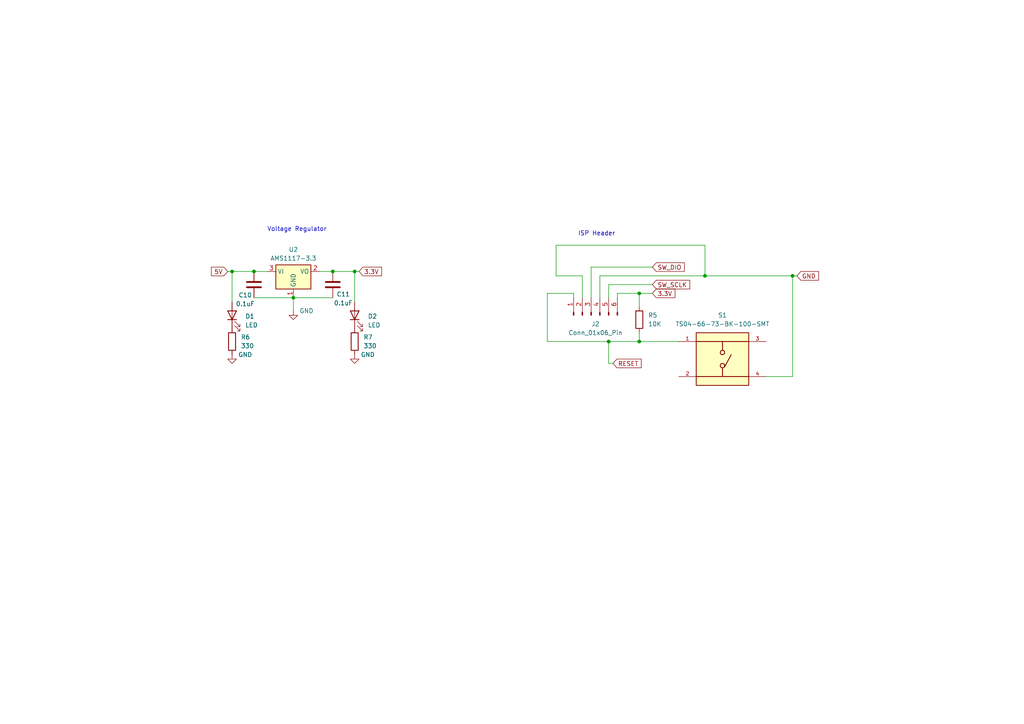
<source format=kicad_sch>
(kicad_sch
	(version 20231120)
	(generator "eeschema")
	(generator_version "8.0")
	(uuid "e2d2d6ec-6e61-4813-aadc-a8df64d01aa7")
	(paper "A4")
	(lib_symbols
		(symbol "Connector:Conn_01x06_Pin"
			(pin_names
				(offset 1.016) hide)
			(exclude_from_sim no)
			(in_bom yes)
			(on_board yes)
			(property "Reference" "J"
				(at 0 7.62 0)
				(effects
					(font
						(size 1.27 1.27)
					)
				)
			)
			(property "Value" "Conn_01x06_Pin"
				(at 0 -10.16 0)
				(effects
					(font
						(size 1.27 1.27)
					)
				)
			)
			(property "Footprint" ""
				(at 0 0 0)
				(effects
					(font
						(size 1.27 1.27)
					)
					(hide yes)
				)
			)
			(property "Datasheet" "~"
				(at 0 0 0)
				(effects
					(font
						(size 1.27 1.27)
					)
					(hide yes)
				)
			)
			(property "Description" "Generic connector, single row, 01x06, script generated"
				(at 0 0 0)
				(effects
					(font
						(size 1.27 1.27)
					)
					(hide yes)
				)
			)
			(property "ki_locked" ""
				(at 0 0 0)
				(effects
					(font
						(size 1.27 1.27)
					)
				)
			)
			(property "ki_keywords" "connector"
				(at 0 0 0)
				(effects
					(font
						(size 1.27 1.27)
					)
					(hide yes)
				)
			)
			(property "ki_fp_filters" "Connector*:*_1x??_*"
				(at 0 0 0)
				(effects
					(font
						(size 1.27 1.27)
					)
					(hide yes)
				)
			)
			(symbol "Conn_01x06_Pin_1_1"
				(polyline
					(pts
						(xy 1.27 -7.62) (xy 0.8636 -7.62)
					)
					(stroke
						(width 0.1524)
						(type default)
					)
					(fill
						(type none)
					)
				)
				(polyline
					(pts
						(xy 1.27 -5.08) (xy 0.8636 -5.08)
					)
					(stroke
						(width 0.1524)
						(type default)
					)
					(fill
						(type none)
					)
				)
				(polyline
					(pts
						(xy 1.27 -2.54) (xy 0.8636 -2.54)
					)
					(stroke
						(width 0.1524)
						(type default)
					)
					(fill
						(type none)
					)
				)
				(polyline
					(pts
						(xy 1.27 0) (xy 0.8636 0)
					)
					(stroke
						(width 0.1524)
						(type default)
					)
					(fill
						(type none)
					)
				)
				(polyline
					(pts
						(xy 1.27 2.54) (xy 0.8636 2.54)
					)
					(stroke
						(width 0.1524)
						(type default)
					)
					(fill
						(type none)
					)
				)
				(polyline
					(pts
						(xy 1.27 5.08) (xy 0.8636 5.08)
					)
					(stroke
						(width 0.1524)
						(type default)
					)
					(fill
						(type none)
					)
				)
				(rectangle
					(start 0.8636 -7.493)
					(end 0 -7.747)
					(stroke
						(width 0.1524)
						(type default)
					)
					(fill
						(type outline)
					)
				)
				(rectangle
					(start 0.8636 -4.953)
					(end 0 -5.207)
					(stroke
						(width 0.1524)
						(type default)
					)
					(fill
						(type outline)
					)
				)
				(rectangle
					(start 0.8636 -2.413)
					(end 0 -2.667)
					(stroke
						(width 0.1524)
						(type default)
					)
					(fill
						(type outline)
					)
				)
				(rectangle
					(start 0.8636 0.127)
					(end 0 -0.127)
					(stroke
						(width 0.1524)
						(type default)
					)
					(fill
						(type outline)
					)
				)
				(rectangle
					(start 0.8636 2.667)
					(end 0 2.413)
					(stroke
						(width 0.1524)
						(type default)
					)
					(fill
						(type outline)
					)
				)
				(rectangle
					(start 0.8636 5.207)
					(end 0 4.953)
					(stroke
						(width 0.1524)
						(type default)
					)
					(fill
						(type outline)
					)
				)
				(pin passive line
					(at 5.08 5.08 180)
					(length 3.81)
					(name "Pin_1"
						(effects
							(font
								(size 1.27 1.27)
							)
						)
					)
					(number "1"
						(effects
							(font
								(size 1.27 1.27)
							)
						)
					)
				)
				(pin passive line
					(at 5.08 2.54 180)
					(length 3.81)
					(name "Pin_2"
						(effects
							(font
								(size 1.27 1.27)
							)
						)
					)
					(number "2"
						(effects
							(font
								(size 1.27 1.27)
							)
						)
					)
				)
				(pin passive line
					(at 5.08 0 180)
					(length 3.81)
					(name "Pin_3"
						(effects
							(font
								(size 1.27 1.27)
							)
						)
					)
					(number "3"
						(effects
							(font
								(size 1.27 1.27)
							)
						)
					)
				)
				(pin passive line
					(at 5.08 -2.54 180)
					(length 3.81)
					(name "Pin_4"
						(effects
							(font
								(size 1.27 1.27)
							)
						)
					)
					(number "4"
						(effects
							(font
								(size 1.27 1.27)
							)
						)
					)
				)
				(pin passive line
					(at 5.08 -5.08 180)
					(length 3.81)
					(name "Pin_5"
						(effects
							(font
								(size 1.27 1.27)
							)
						)
					)
					(number "5"
						(effects
							(font
								(size 1.27 1.27)
							)
						)
					)
				)
				(pin passive line
					(at 5.08 -7.62 180)
					(length 3.81)
					(name "Pin_6"
						(effects
							(font
								(size 1.27 1.27)
							)
						)
					)
					(number "6"
						(effects
							(font
								(size 1.27 1.27)
							)
						)
					)
				)
			)
		)
		(symbol "Device:C"
			(pin_numbers hide)
			(pin_names
				(offset 0.254)
			)
			(exclude_from_sim no)
			(in_bom yes)
			(on_board yes)
			(property "Reference" "C"
				(at 0.635 2.54 0)
				(effects
					(font
						(size 1.27 1.27)
					)
					(justify left)
				)
			)
			(property "Value" "C"
				(at 0.635 -2.54 0)
				(effects
					(font
						(size 1.27 1.27)
					)
					(justify left)
				)
			)
			(property "Footprint" ""
				(at 0.9652 -3.81 0)
				(effects
					(font
						(size 1.27 1.27)
					)
					(hide yes)
				)
			)
			(property "Datasheet" "~"
				(at 0 0 0)
				(effects
					(font
						(size 1.27 1.27)
					)
					(hide yes)
				)
			)
			(property "Description" "Unpolarized capacitor"
				(at 0 0 0)
				(effects
					(font
						(size 1.27 1.27)
					)
					(hide yes)
				)
			)
			(property "ki_keywords" "cap capacitor"
				(at 0 0 0)
				(effects
					(font
						(size 1.27 1.27)
					)
					(hide yes)
				)
			)
			(property "ki_fp_filters" "C_*"
				(at 0 0 0)
				(effects
					(font
						(size 1.27 1.27)
					)
					(hide yes)
				)
			)
			(symbol "C_0_1"
				(polyline
					(pts
						(xy -2.032 -0.762) (xy 2.032 -0.762)
					)
					(stroke
						(width 0.508)
						(type default)
					)
					(fill
						(type none)
					)
				)
				(polyline
					(pts
						(xy -2.032 0.762) (xy 2.032 0.762)
					)
					(stroke
						(width 0.508)
						(type default)
					)
					(fill
						(type none)
					)
				)
			)
			(symbol "C_1_1"
				(pin passive line
					(at 0 3.81 270)
					(length 2.794)
					(name "~"
						(effects
							(font
								(size 1.27 1.27)
							)
						)
					)
					(number "1"
						(effects
							(font
								(size 1.27 1.27)
							)
						)
					)
				)
				(pin passive line
					(at 0 -3.81 90)
					(length 2.794)
					(name "~"
						(effects
							(font
								(size 1.27 1.27)
							)
						)
					)
					(number "2"
						(effects
							(font
								(size 1.27 1.27)
							)
						)
					)
				)
			)
		)
		(symbol "Device:LED"
			(pin_numbers hide)
			(pin_names
				(offset 1.016) hide)
			(exclude_from_sim no)
			(in_bom yes)
			(on_board yes)
			(property "Reference" "D"
				(at 0 2.54 0)
				(effects
					(font
						(size 1.27 1.27)
					)
				)
			)
			(property "Value" "LED"
				(at 0 -2.54 0)
				(effects
					(font
						(size 1.27 1.27)
					)
				)
			)
			(property "Footprint" ""
				(at 0 0 0)
				(effects
					(font
						(size 1.27 1.27)
					)
					(hide yes)
				)
			)
			(property "Datasheet" "~"
				(at 0 0 0)
				(effects
					(font
						(size 1.27 1.27)
					)
					(hide yes)
				)
			)
			(property "Description" "Light emitting diode"
				(at 0 0 0)
				(effects
					(font
						(size 1.27 1.27)
					)
					(hide yes)
				)
			)
			(property "ki_keywords" "LED diode"
				(at 0 0 0)
				(effects
					(font
						(size 1.27 1.27)
					)
					(hide yes)
				)
			)
			(property "ki_fp_filters" "LED* LED_SMD:* LED_THT:*"
				(at 0 0 0)
				(effects
					(font
						(size 1.27 1.27)
					)
					(hide yes)
				)
			)
			(symbol "LED_0_1"
				(polyline
					(pts
						(xy -1.27 -1.27) (xy -1.27 1.27)
					)
					(stroke
						(width 0.254)
						(type default)
					)
					(fill
						(type none)
					)
				)
				(polyline
					(pts
						(xy -1.27 0) (xy 1.27 0)
					)
					(stroke
						(width 0)
						(type default)
					)
					(fill
						(type none)
					)
				)
				(polyline
					(pts
						(xy 1.27 -1.27) (xy 1.27 1.27) (xy -1.27 0) (xy 1.27 -1.27)
					)
					(stroke
						(width 0.254)
						(type default)
					)
					(fill
						(type none)
					)
				)
				(polyline
					(pts
						(xy -3.048 -0.762) (xy -4.572 -2.286) (xy -3.81 -2.286) (xy -4.572 -2.286) (xy -4.572 -1.524)
					)
					(stroke
						(width 0)
						(type default)
					)
					(fill
						(type none)
					)
				)
				(polyline
					(pts
						(xy -1.778 -0.762) (xy -3.302 -2.286) (xy -2.54 -2.286) (xy -3.302 -2.286) (xy -3.302 -1.524)
					)
					(stroke
						(width 0)
						(type default)
					)
					(fill
						(type none)
					)
				)
			)
			(symbol "LED_1_1"
				(pin passive line
					(at -3.81 0 0)
					(length 2.54)
					(name "K"
						(effects
							(font
								(size 1.27 1.27)
							)
						)
					)
					(number "1"
						(effects
							(font
								(size 1.27 1.27)
							)
						)
					)
				)
				(pin passive line
					(at 3.81 0 180)
					(length 2.54)
					(name "A"
						(effects
							(font
								(size 1.27 1.27)
							)
						)
					)
					(number "2"
						(effects
							(font
								(size 1.27 1.27)
							)
						)
					)
				)
			)
		)
		(symbol "Device:R"
			(pin_numbers hide)
			(pin_names
				(offset 0)
			)
			(exclude_from_sim no)
			(in_bom yes)
			(on_board yes)
			(property "Reference" "R"
				(at 2.032 0 90)
				(effects
					(font
						(size 1.27 1.27)
					)
				)
			)
			(property "Value" "R"
				(at 0 0 90)
				(effects
					(font
						(size 1.27 1.27)
					)
				)
			)
			(property "Footprint" ""
				(at -1.778 0 90)
				(effects
					(font
						(size 1.27 1.27)
					)
					(hide yes)
				)
			)
			(property "Datasheet" "~"
				(at 0 0 0)
				(effects
					(font
						(size 1.27 1.27)
					)
					(hide yes)
				)
			)
			(property "Description" "Resistor"
				(at 0 0 0)
				(effects
					(font
						(size 1.27 1.27)
					)
					(hide yes)
				)
			)
			(property "ki_keywords" "R res resistor"
				(at 0 0 0)
				(effects
					(font
						(size 1.27 1.27)
					)
					(hide yes)
				)
			)
			(property "ki_fp_filters" "R_*"
				(at 0 0 0)
				(effects
					(font
						(size 1.27 1.27)
					)
					(hide yes)
				)
			)
			(symbol "R_0_1"
				(rectangle
					(start -1.016 -2.54)
					(end 1.016 2.54)
					(stroke
						(width 0.254)
						(type default)
					)
					(fill
						(type none)
					)
				)
			)
			(symbol "R_1_1"
				(pin passive line
					(at 0 3.81 270)
					(length 1.27)
					(name "~"
						(effects
							(font
								(size 1.27 1.27)
							)
						)
					)
					(number "1"
						(effects
							(font
								(size 1.27 1.27)
							)
						)
					)
				)
				(pin passive line
					(at 0 -3.81 90)
					(length 1.27)
					(name "~"
						(effects
							(font
								(size 1.27 1.27)
							)
						)
					)
					(number "2"
						(effects
							(font
								(size 1.27 1.27)
							)
						)
					)
				)
			)
		)
		(symbol "Regulator_Linear:AMS1117-3.3"
			(exclude_from_sim no)
			(in_bom yes)
			(on_board yes)
			(property "Reference" "U"
				(at -3.81 3.175 0)
				(effects
					(font
						(size 1.27 1.27)
					)
				)
			)
			(property "Value" "AMS1117-3.3"
				(at 0 3.175 0)
				(effects
					(font
						(size 1.27 1.27)
					)
					(justify left)
				)
			)
			(property "Footprint" "Package_TO_SOT_SMD:SOT-223-3_TabPin2"
				(at 0 5.08 0)
				(effects
					(font
						(size 1.27 1.27)
					)
					(hide yes)
				)
			)
			(property "Datasheet" "http://www.advanced-monolithic.com/pdf/ds1117.pdf"
				(at 2.54 -6.35 0)
				(effects
					(font
						(size 1.27 1.27)
					)
					(hide yes)
				)
			)
			(property "Description" "1A Low Dropout regulator, positive, 3.3V fixed output, SOT-223"
				(at 0 0 0)
				(effects
					(font
						(size 1.27 1.27)
					)
					(hide yes)
				)
			)
			(property "ki_keywords" "linear regulator ldo fixed positive"
				(at 0 0 0)
				(effects
					(font
						(size 1.27 1.27)
					)
					(hide yes)
				)
			)
			(property "ki_fp_filters" "SOT?223*TabPin2*"
				(at 0 0 0)
				(effects
					(font
						(size 1.27 1.27)
					)
					(hide yes)
				)
			)
			(symbol "AMS1117-3.3_0_1"
				(rectangle
					(start -5.08 -5.08)
					(end 5.08 1.905)
					(stroke
						(width 0.254)
						(type default)
					)
					(fill
						(type background)
					)
				)
			)
			(symbol "AMS1117-3.3_1_1"
				(pin power_in line
					(at 0 -7.62 90)
					(length 2.54)
					(name "GND"
						(effects
							(font
								(size 1.27 1.27)
							)
						)
					)
					(number "1"
						(effects
							(font
								(size 1.27 1.27)
							)
						)
					)
				)
				(pin power_out line
					(at 7.62 0 180)
					(length 2.54)
					(name "VO"
						(effects
							(font
								(size 1.27 1.27)
							)
						)
					)
					(number "2"
						(effects
							(font
								(size 1.27 1.27)
							)
						)
					)
				)
				(pin power_in line
					(at -7.62 0 0)
					(length 2.54)
					(name "VI"
						(effects
							(font
								(size 1.27 1.27)
							)
						)
					)
					(number "3"
						(effects
							(font
								(size 1.27 1.27)
							)
						)
					)
				)
			)
		)
		(symbol "TS04-66-73-BK-100-SMT:TS04-66-73-BK-100-SMT"
			(pin_names
				(offset 1.016)
			)
			(exclude_from_sim no)
			(in_bom yes)
			(on_board yes)
			(property "Reference" "S"
				(at -7.62 8.382 0)
				(effects
					(font
						(size 1.27 1.27)
					)
					(justify left bottom)
				)
			)
			(property "Value" "TS04-66-73-BK-100-SMT"
				(at -7.62 -8.382 0)
				(effects
					(font
						(size 1.27 1.27)
					)
					(justify left top)
				)
			)
			(property "Footprint" "TS04-66-73-BK-100-SMT:SW_TS04-66-73-BK-100-SMT"
				(at 0 0 0)
				(effects
					(font
						(size 1.27 1.27)
					)
					(justify bottom)
					(hide yes)
				)
			)
			(property "Datasheet" ""
				(at 0 0 0)
				(effects
					(font
						(size 1.27 1.27)
					)
					(hide yes)
				)
			)
			(property "Description" ""
				(at 0 0 0)
				(effects
					(font
						(size 1.27 1.27)
					)
					(hide yes)
				)
			)
			(property "PARTREV" "1.0"
				(at 0 0 0)
				(effects
					(font
						(size 1.27 1.27)
					)
					(justify bottom)
					(hide yes)
				)
			)
			(property "MANUFACTURER" "CUI Devices"
				(at 0 0 0)
				(effects
					(font
						(size 1.27 1.27)
					)
					(justify bottom)
					(hide yes)
				)
			)
			(property "STANDARD" "Manufacturer Recommendations"
				(at 0 0 0)
				(effects
					(font
						(size 1.27 1.27)
					)
					(justify bottom)
					(hide yes)
				)
			)
			(symbol "TS04-66-73-BK-100-SMT_0_0"
				(rectangle
					(start -7.62 -7.62)
					(end 7.62 7.62)
					(stroke
						(width 0.254)
						(type default)
					)
					(fill
						(type background)
					)
				)
				(circle
					(center 0 -1.905)
					(radius 0.635)
					(stroke
						(width 0.254)
						(type default)
					)
					(fill
						(type none)
					)
				)
				(polyline
					(pts
						(xy 0 -5.08) (xy -7.62 -5.08)
					)
					(stroke
						(width 0.254)
						(type default)
					)
					(fill
						(type none)
					)
				)
				(polyline
					(pts
						(xy 0 -5.08) (xy 7.62 -5.08)
					)
					(stroke
						(width 0.254)
						(type default)
					)
					(fill
						(type none)
					)
				)
				(polyline
					(pts
						(xy 0 -2.54) (xy 0 -5.08)
					)
					(stroke
						(width 0.254)
						(type default)
					)
					(fill
						(type none)
					)
				)
				(polyline
					(pts
						(xy 0 5.08) (xy -7.62 5.08)
					)
					(stroke
						(width 0.254)
						(type default)
					)
					(fill
						(type none)
					)
				)
				(polyline
					(pts
						(xy 0 5.08) (xy 0 2.54)
					)
					(stroke
						(width 0.254)
						(type default)
					)
					(fill
						(type none)
					)
				)
				(polyline
					(pts
						(xy 0 5.08) (xy 7.62 5.08)
					)
					(stroke
						(width 0.254)
						(type default)
					)
					(fill
						(type none)
					)
				)
				(polyline
					(pts
						(xy 0.635 -2.2225) (xy 2.54 1.27)
					)
					(stroke
						(width 0.254)
						(type default)
					)
					(fill
						(type none)
					)
				)
				(circle
					(center 0 1.905)
					(radius 0.635)
					(stroke
						(width 0.254)
						(type default)
					)
					(fill
						(type none)
					)
				)
				(pin passive line
					(at -12.7 5.08 0)
					(length 5.08)
					(name "~"
						(effects
							(font
								(size 1.016 1.016)
							)
						)
					)
					(number "1"
						(effects
							(font
								(size 1.016 1.016)
							)
						)
					)
				)
				(pin passive line
					(at -12.7 -5.08 0)
					(length 5.08)
					(name "~"
						(effects
							(font
								(size 1.016 1.016)
							)
						)
					)
					(number "2"
						(effects
							(font
								(size 1.016 1.016)
							)
						)
					)
				)
				(pin passive line
					(at 12.7 5.08 180)
					(length 5.08)
					(name "~"
						(effects
							(font
								(size 1.016 1.016)
							)
						)
					)
					(number "3"
						(effects
							(font
								(size 1.016 1.016)
							)
						)
					)
				)
				(pin passive line
					(at 12.7 -5.08 180)
					(length 5.08)
					(name "~"
						(effects
							(font
								(size 1.016 1.016)
							)
						)
					)
					(number "4"
						(effects
							(font
								(size 1.016 1.016)
							)
						)
					)
				)
			)
		)
		(symbol "power:GND"
			(power)
			(pin_names
				(offset 0)
			)
			(exclude_from_sim no)
			(in_bom yes)
			(on_board yes)
			(property "Reference" "#PWR"
				(at 0 -6.35 0)
				(effects
					(font
						(size 1.27 1.27)
					)
					(hide yes)
				)
			)
			(property "Value" "GND"
				(at 0 -3.81 0)
				(effects
					(font
						(size 1.27 1.27)
					)
				)
			)
			(property "Footprint" ""
				(at 0 0 0)
				(effects
					(font
						(size 1.27 1.27)
					)
					(hide yes)
				)
			)
			(property "Datasheet" ""
				(at 0 0 0)
				(effects
					(font
						(size 1.27 1.27)
					)
					(hide yes)
				)
			)
			(property "Description" "Power symbol creates a global label with name \"GND\" , ground"
				(at 0 0 0)
				(effects
					(font
						(size 1.27 1.27)
					)
					(hide yes)
				)
			)
			(property "ki_keywords" "global power"
				(at 0 0 0)
				(effects
					(font
						(size 1.27 1.27)
					)
					(hide yes)
				)
			)
			(symbol "GND_0_1"
				(polyline
					(pts
						(xy 0 0) (xy 0 -1.27) (xy 1.27 -1.27) (xy 0 -2.54) (xy -1.27 -1.27) (xy 0 -1.27)
					)
					(stroke
						(width 0)
						(type default)
					)
					(fill
						(type none)
					)
				)
			)
			(symbol "GND_1_1"
				(pin power_in line
					(at 0 0 270)
					(length 0) hide
					(name "GND"
						(effects
							(font
								(size 1.27 1.27)
							)
						)
					)
					(number "1"
						(effects
							(font
								(size 1.27 1.27)
							)
						)
					)
				)
			)
		)
	)
	(junction
		(at 185.42 85.09)
		(diameter 0)
		(color 0 0 0 0)
		(uuid "143724ec-88fc-461d-b512-88fbc5636f64")
	)
	(junction
		(at 204.47 80.01)
		(diameter 0)
		(color 0 0 0 0)
		(uuid "395efbac-33fd-4068-b969-b9a9151ca06b")
	)
	(junction
		(at 185.42 99.06)
		(diameter 0)
		(color 0 0 0 0)
		(uuid "39d98aff-22ca-4b8f-b9ff-0d8d8dde33a1")
	)
	(junction
		(at 229.87 80.01)
		(diameter 0)
		(color 0 0 0 0)
		(uuid "4c81d410-b20d-4935-ab89-31f927cc4c1a")
	)
	(junction
		(at 85.09 86.36)
		(diameter 0)
		(color 0 0 0 0)
		(uuid "62dc0359-72e8-431a-bded-0f1d21e76a38")
	)
	(junction
		(at 96.52 78.74)
		(diameter 0)
		(color 0 0 0 0)
		(uuid "86c43f72-f0fd-46e4-a0ad-8601d9287e04")
	)
	(junction
		(at 73.66 78.74)
		(diameter 0)
		(color 0 0 0 0)
		(uuid "99c87d0c-aa86-42b1-8732-6a23f9c1a6e0")
	)
	(junction
		(at 176.53 99.06)
		(diameter 0)
		(color 0 0 0 0)
		(uuid "c0815138-4247-4cb1-9025-e9ec2e427e7f")
	)
	(junction
		(at 67.31 78.74)
		(diameter 0)
		(color 0 0 0 0)
		(uuid "cba77fd0-310b-4625-870b-2ab3c1ad984e")
	)
	(junction
		(at 102.87 78.74)
		(diameter 0)
		(color 0 0 0 0)
		(uuid "fb6d5f21-e8ec-41cc-844f-2a821c9eae57")
	)
	(wire
		(pts
			(xy 102.87 78.74) (xy 104.14 78.74)
		)
		(stroke
			(width 0)
			(type default)
		)
		(uuid "03ab1ac6-c1ca-42da-8da8-69aada5f7b9c")
	)
	(wire
		(pts
			(xy 161.29 80.01) (xy 161.29 71.12)
		)
		(stroke
			(width 0)
			(type default)
		)
		(uuid "1960565e-0ea0-43ab-95f1-f9187383246a")
	)
	(wire
		(pts
			(xy 179.07 85.09) (xy 179.07 86.36)
		)
		(stroke
			(width 0)
			(type default)
		)
		(uuid "19a5e710-a185-49bd-84ef-4cce18f0f6db")
	)
	(wire
		(pts
			(xy 171.45 77.47) (xy 189.23 77.47)
		)
		(stroke
			(width 0)
			(type default)
		)
		(uuid "19fe04e4-0cb9-4cc5-ad1e-e85ebf4eb8fc")
	)
	(wire
		(pts
			(xy 166.37 85.09) (xy 166.37 86.36)
		)
		(stroke
			(width 0)
			(type default)
		)
		(uuid "1c91a9b4-3295-494d-bdb6-f138862044c6")
	)
	(wire
		(pts
			(xy 85.09 86.36) (xy 96.52 86.36)
		)
		(stroke
			(width 0)
			(type default)
		)
		(uuid "20a25093-5d61-4c09-b080-7682bade0780")
	)
	(wire
		(pts
			(xy 229.87 80.01) (xy 229.87 109.22)
		)
		(stroke
			(width 0)
			(type default)
		)
		(uuid "2305f275-a1d6-4f2c-9d15-c2b0e56ad98d")
	)
	(wire
		(pts
			(xy 185.42 96.52) (xy 185.42 99.06)
		)
		(stroke
			(width 0)
			(type default)
		)
		(uuid "2a23655c-e3f9-4fa6-94f1-d721651a00c7")
	)
	(wire
		(pts
			(xy 168.91 80.01) (xy 168.91 86.36)
		)
		(stroke
			(width 0)
			(type default)
		)
		(uuid "311ea40f-3ee4-4027-a2c1-3e3834d8e54a")
	)
	(wire
		(pts
			(xy 176.53 82.55) (xy 176.53 86.36)
		)
		(stroke
			(width 0)
			(type default)
		)
		(uuid "32440cd2-0f15-44d8-b257-10061b6316aa")
	)
	(wire
		(pts
			(xy 66.04 78.74) (xy 67.31 78.74)
		)
		(stroke
			(width 0)
			(type default)
		)
		(uuid "4a615974-387c-43a0-a884-393dc5a88b44")
	)
	(wire
		(pts
			(xy 161.29 71.12) (xy 204.47 71.12)
		)
		(stroke
			(width 0)
			(type default)
		)
		(uuid "54a0b456-2add-4211-97f7-44100fb047a5")
	)
	(wire
		(pts
			(xy 96.52 78.74) (xy 102.87 78.74)
		)
		(stroke
			(width 0)
			(type default)
		)
		(uuid "56bf5e2b-89a5-4b2a-b96a-ec5e229abfba")
	)
	(wire
		(pts
			(xy 92.71 78.74) (xy 96.52 78.74)
		)
		(stroke
			(width 0)
			(type default)
		)
		(uuid "58c154b0-2827-493b-a76a-ff8844ea2d69")
	)
	(wire
		(pts
			(xy 231.14 80.01) (xy 229.87 80.01)
		)
		(stroke
			(width 0)
			(type default)
		)
		(uuid "6527782c-87f4-4723-8c83-991930c9634e")
	)
	(wire
		(pts
			(xy 171.45 77.47) (xy 171.45 86.36)
		)
		(stroke
			(width 0)
			(type default)
		)
		(uuid "68e8176f-7f95-4b22-9cbc-936160b51bea")
	)
	(wire
		(pts
			(xy 229.87 80.01) (xy 204.47 80.01)
		)
		(stroke
			(width 0)
			(type default)
		)
		(uuid "69736873-3ae2-4a01-abed-5944145357a8")
	)
	(wire
		(pts
			(xy 204.47 71.12) (xy 204.47 80.01)
		)
		(stroke
			(width 0)
			(type default)
		)
		(uuid "6a8cc2d1-f327-4da8-a83f-755fd21adfb8")
	)
	(wire
		(pts
			(xy 73.66 86.36) (xy 85.09 86.36)
		)
		(stroke
			(width 0)
			(type default)
		)
		(uuid "6c46ec39-ad40-4021-a302-52945d98549f")
	)
	(wire
		(pts
			(xy 179.07 85.09) (xy 185.42 85.09)
		)
		(stroke
			(width 0)
			(type default)
		)
		(uuid "73839fda-6817-4b80-b71e-d0f193a86916")
	)
	(wire
		(pts
			(xy 229.87 109.22) (xy 222.25 109.22)
		)
		(stroke
			(width 0)
			(type default)
		)
		(uuid "78f7c93f-23eb-4026-b51a-7ec41ea1479a")
	)
	(wire
		(pts
			(xy 173.99 80.01) (xy 173.99 86.36)
		)
		(stroke
			(width 0)
			(type default)
		)
		(uuid "7d5e4aa1-f36b-44eb-b730-edf82b962b56")
	)
	(wire
		(pts
			(xy 185.42 99.06) (xy 196.85 99.06)
		)
		(stroke
			(width 0)
			(type default)
		)
		(uuid "83595d93-e9bb-42cd-a12d-a6cc8d3ace6c")
	)
	(wire
		(pts
			(xy 185.42 85.09) (xy 185.42 88.9)
		)
		(stroke
			(width 0)
			(type default)
		)
		(uuid "8721b299-d68f-4352-91f2-e91b53a36f2b")
	)
	(wire
		(pts
			(xy 73.66 78.74) (xy 77.47 78.74)
		)
		(stroke
			(width 0)
			(type default)
		)
		(uuid "96d2421b-6607-4dd8-b7a1-d80c3f13e9c8")
	)
	(wire
		(pts
			(xy 102.87 78.74) (xy 102.87 87.63)
		)
		(stroke
			(width 0)
			(type default)
		)
		(uuid "97103c81-09ae-4a23-81c5-80676fac5cea")
	)
	(wire
		(pts
			(xy 158.75 99.06) (xy 176.53 99.06)
		)
		(stroke
			(width 0)
			(type default)
		)
		(uuid "982519d2-4f60-4261-95e0-917773e1a8b7")
	)
	(wire
		(pts
			(xy 161.29 80.01) (xy 168.91 80.01)
		)
		(stroke
			(width 0)
			(type default)
		)
		(uuid "a1597ccf-8416-4143-b195-67fbbe4c28b0")
	)
	(wire
		(pts
			(xy 177.8 105.41) (xy 176.53 105.41)
		)
		(stroke
			(width 0)
			(type default)
		)
		(uuid "a20aa7c1-a3f8-45b2-a520-752ea6ed46b0")
	)
	(wire
		(pts
			(xy 176.53 105.41) (xy 176.53 99.06)
		)
		(stroke
			(width 0)
			(type default)
		)
		(uuid "a51572c6-e024-4a33-9250-1e1ec5a0dca8")
	)
	(wire
		(pts
			(xy 67.31 78.74) (xy 67.31 87.63)
		)
		(stroke
			(width 0)
			(type default)
		)
		(uuid "ae59c963-037d-4d8f-8d21-aadf79791e67")
	)
	(wire
		(pts
			(xy 173.99 80.01) (xy 204.47 80.01)
		)
		(stroke
			(width 0)
			(type default)
		)
		(uuid "b34ffc0e-c642-4727-9996-e8472a07cbce")
	)
	(wire
		(pts
			(xy 85.09 86.36) (xy 85.09 90.17)
		)
		(stroke
			(width 0)
			(type default)
		)
		(uuid "b49e6f75-374f-498e-86d2-670c34664e4d")
	)
	(wire
		(pts
			(xy 176.53 82.55) (xy 189.23 82.55)
		)
		(stroke
			(width 0)
			(type default)
		)
		(uuid "bbbcf477-5f61-4cda-bf00-fa9481c3ce4d")
	)
	(wire
		(pts
			(xy 189.23 85.09) (xy 185.42 85.09)
		)
		(stroke
			(width 0)
			(type default)
		)
		(uuid "c14eb13f-f731-46d2-89ce-88f9422f562e")
	)
	(wire
		(pts
			(xy 158.75 85.09) (xy 158.75 99.06)
		)
		(stroke
			(width 0)
			(type default)
		)
		(uuid "c8715a55-253a-45a0-a9cf-83376e321478")
	)
	(wire
		(pts
			(xy 158.75 85.09) (xy 166.37 85.09)
		)
		(stroke
			(width 0)
			(type default)
		)
		(uuid "d57817ad-dd51-4f09-912a-c7ee184a4fac")
	)
	(wire
		(pts
			(xy 67.31 78.74) (xy 73.66 78.74)
		)
		(stroke
			(width 0)
			(type default)
		)
		(uuid "f470dbd4-a43b-4320-b76a-c7476e5e0ef3")
	)
	(wire
		(pts
			(xy 176.53 99.06) (xy 185.42 99.06)
		)
		(stroke
			(width 0)
			(type default)
		)
		(uuid "ffaf1c81-981f-47e7-8444-93dc69fa72c0")
	)
	(text "Voltage Regulator"
		(exclude_from_sim no)
		(at 77.47 67.31 0)
		(effects
			(font
				(size 1.27 1.27)
			)
			(justify left bottom)
		)
		(uuid "d8246141-7083-414e-a984-1757a1fa365f")
	)
	(text "ISP Header"
		(exclude_from_sim no)
		(at 167.64 68.58 0)
		(effects
			(font
				(size 1.27 1.27)
			)
			(justify left bottom)
		)
		(uuid "e91e3122-133e-4771-8825-1c9bf2dfa605")
	)
	(global_label "SW_SCLK"
		(shape input)
		(at 189.23 82.55 0)
		(fields_autoplaced yes)
		(effects
			(font
				(size 1.27 1.27)
			)
			(justify left)
		)
		(uuid "28bcd330-bda7-429e-9005-6019cdba9371")
		(property "Intersheetrefs" "${INTERSHEET_REFS}"
			(at 200.6213 82.55 0)
			(effects
				(font
					(size 1.27 1.27)
				)
				(justify left)
				(hide yes)
			)
		)
	)
	(global_label "3.3V"
		(shape input)
		(at 189.23 85.09 0)
		(fields_autoplaced yes)
		(effects
			(font
				(size 1.27 1.27)
			)
			(justify left)
		)
		(uuid "38087ffd-1350-4ecf-9b95-4f4b2293bba5")
		(property "Intersheetrefs" "${INTERSHEET_REFS}"
			(at 196.3276 85.09 0)
			(effects
				(font
					(size 1.27 1.27)
				)
				(justify left)
				(hide yes)
			)
		)
	)
	(global_label "3.3V"
		(shape input)
		(at 104.14 78.74 0)
		(fields_autoplaced yes)
		(effects
			(font
				(size 1.27 1.27)
			)
			(justify left)
		)
		(uuid "3caa3706-4baa-4882-92df-832f32f3fc2c")
		(property "Intersheetrefs" "${INTERSHEET_REFS}"
			(at 111.2376 78.74 0)
			(effects
				(font
					(size 1.27 1.27)
				)
				(justify left)
				(hide yes)
			)
		)
	)
	(global_label "5V"
		(shape input)
		(at 66.04 78.74 180)
		(fields_autoplaced yes)
		(effects
			(font
				(size 1.27 1.27)
			)
			(justify right)
		)
		(uuid "4a86770f-b59a-4bed-acca-8b49e9b6fc24")
		(property "Intersheetrefs" "${INTERSHEET_REFS}"
			(at 60.7567 78.74 0)
			(effects
				(font
					(size 1.27 1.27)
				)
				(justify right)
				(hide yes)
			)
		)
	)
	(global_label "RESET"
		(shape input)
		(at 177.8 105.41 0)
		(fields_autoplaced yes)
		(effects
			(font
				(size 1.27 1.27)
			)
			(justify left)
		)
		(uuid "790c148a-8289-432b-b9e5-98076f3cb592")
		(property "Intersheetrefs" "${INTERSHEET_REFS}"
			(at 186.5303 105.41 0)
			(effects
				(font
					(size 1.27 1.27)
				)
				(justify left)
				(hide yes)
			)
		)
	)
	(global_label "GND"
		(shape input)
		(at 231.14 80.01 0)
		(fields_autoplaced yes)
		(effects
			(font
				(size 1.27 1.27)
			)
			(justify left)
		)
		(uuid "beec1b62-5e8b-4466-892c-5c52b9d5a6d1")
		(property "Intersheetrefs" "${INTERSHEET_REFS}"
			(at 237.9957 80.01 0)
			(effects
				(font
					(size 1.27 1.27)
				)
				(justify left)
				(hide yes)
			)
		)
	)
	(global_label "SW_DIO"
		(shape input)
		(at 189.23 77.47 0)
		(fields_autoplaced yes)
		(effects
			(font
				(size 1.27 1.27)
			)
			(justify left)
		)
		(uuid "e0d625fb-8a9e-476a-8fdc-d0206c565501")
		(property "Intersheetrefs" "${INTERSHEET_REFS}"
			(at 199.049 77.47 0)
			(effects
				(font
					(size 1.27 1.27)
				)
				(justify left)
				(hide yes)
			)
		)
	)
	(symbol
		(lib_id "Device:C")
		(at 96.52 82.55 0)
		(unit 1)
		(exclude_from_sim no)
		(in_bom yes)
		(on_board yes)
		(dnp no)
		(uuid "466ce6e7-9766-4586-805a-2a2441a44b75")
		(property "Reference" "C11"
			(at 99.568 85.344 0)
			(effects
				(font
					(size 1.27 1.27)
				)
			)
		)
		(property "Value" "0.1uF"
			(at 99.568 87.884 0)
			(effects
				(font
					(size 1.27 1.27)
				)
			)
		)
		(property "Footprint" "Capacitor_SMD:C_0805_2012Metric_Pad1.18x1.45mm_HandSolder"
			(at 97.4852 86.36 0)
			(effects
				(font
					(size 1.27 1.27)
				)
				(hide yes)
			)
		)
		(property "Datasheet" "~"
			(at 96.52 82.55 0)
			(effects
				(font
					(size 1.27 1.27)
				)
				(hide yes)
			)
		)
		(property "Description" ""
			(at 96.52 82.55 0)
			(effects
				(font
					(size 1.27 1.27)
				)
				(hide yes)
			)
		)
		(pin "1"
			(uuid "b9aca2ea-29a6-4ac9-9f08-09c1791c7fa4")
		)
		(pin "2"
			(uuid "bd4831a7-4d9c-4e9e-8402-cbbe9906d711")
		)
		(instances
			(project "PawPad_V1"
				(path "/9aca8c89-643b-4abc-aded-c7b8ee3f258d/96898466-fe1e-4db6-a78a-1b1b798b53fa"
					(reference "C11")
					(unit 1)
				)
			)
		)
	)
	(symbol
		(lib_id "power:GND")
		(at 85.09 90.17 0)
		(unit 1)
		(exclude_from_sim no)
		(in_bom yes)
		(on_board yes)
		(dnp no)
		(uuid "5ad8fb43-62f7-47fd-845a-036eaba138aa")
		(property "Reference" "#PWR06"
			(at 85.09 96.52 0)
			(effects
				(font
					(size 1.27 1.27)
				)
				(hide yes)
			)
		)
		(property "Value" "GND"
			(at 88.9 90.17 0)
			(effects
				(font
					(size 1.27 1.27)
				)
			)
		)
		(property "Footprint" ""
			(at 85.09 90.17 0)
			(effects
				(font
					(size 1.27 1.27)
				)
				(hide yes)
			)
		)
		(property "Datasheet" ""
			(at 85.09 90.17 0)
			(effects
				(font
					(size 1.27 1.27)
				)
				(hide yes)
			)
		)
		(property "Description" ""
			(at 85.09 90.17 0)
			(effects
				(font
					(size 1.27 1.27)
				)
				(hide yes)
			)
		)
		(pin "1"
			(uuid "4d74945e-ce3b-47cc-8003-088964f3d126")
		)
		(instances
			(project "PawPad_V1"
				(path "/9aca8c89-643b-4abc-aded-c7b8ee3f258d/96898466-fe1e-4db6-a78a-1b1b798b53fa"
					(reference "#PWR06")
					(unit 1)
				)
			)
		)
	)
	(symbol
		(lib_id "Device:LED")
		(at 67.31 91.44 90)
		(unit 1)
		(exclude_from_sim no)
		(in_bom yes)
		(on_board yes)
		(dnp no)
		(fields_autoplaced yes)
		(uuid "67ebe4b5-5755-4561-a3db-5efac26dbf5a")
		(property "Reference" "D1"
			(at 71.12 91.7574 90)
			(effects
				(font
					(size 1.27 1.27)
				)
				(justify right)
			)
		)
		(property "Value" "LED"
			(at 71.12 94.2974 90)
			(effects
				(font
					(size 1.27 1.27)
				)
				(justify right)
			)
		)
		(property "Footprint" "LED_SMD:LED_0603_1608Metric_Pad1.05x0.95mm_HandSolder"
			(at 67.31 91.44 0)
			(effects
				(font
					(size 1.27 1.27)
				)
				(hide yes)
			)
		)
		(property "Datasheet" "~"
			(at 67.31 91.44 0)
			(effects
				(font
					(size 1.27 1.27)
				)
				(hide yes)
			)
		)
		(property "Description" "Light emitting diode"
			(at 67.31 91.44 0)
			(effects
				(font
					(size 1.27 1.27)
				)
				(hide yes)
			)
		)
		(pin "2"
			(uuid "f245ea2c-0d60-4b67-a89a-25205e08377d")
		)
		(pin "1"
			(uuid "4169da8e-6274-4ce2-9158-0ca417538cee")
		)
		(instances
			(project ""
				(path "/9aca8c89-643b-4abc-aded-c7b8ee3f258d/96898466-fe1e-4db6-a78a-1b1b798b53fa"
					(reference "D1")
					(unit 1)
				)
			)
		)
	)
	(symbol
		(lib_id "power:GND")
		(at 67.31 102.87 0)
		(unit 1)
		(exclude_from_sim no)
		(in_bom yes)
		(on_board yes)
		(dnp no)
		(uuid "7e3d7230-6e52-44db-80ad-7bbfd4f46f05")
		(property "Reference" "#PWR03"
			(at 67.31 109.22 0)
			(effects
				(font
					(size 1.27 1.27)
				)
				(hide yes)
			)
		)
		(property "Value" "GND"
			(at 71.12 102.87 0)
			(effects
				(font
					(size 1.27 1.27)
				)
			)
		)
		(property "Footprint" ""
			(at 67.31 102.87 0)
			(effects
				(font
					(size 1.27 1.27)
				)
				(hide yes)
			)
		)
		(property "Datasheet" ""
			(at 67.31 102.87 0)
			(effects
				(font
					(size 1.27 1.27)
				)
				(hide yes)
			)
		)
		(property "Description" ""
			(at 67.31 102.87 0)
			(effects
				(font
					(size 1.27 1.27)
				)
				(hide yes)
			)
		)
		(pin "1"
			(uuid "6b734fbb-20c7-427d-bd7f-1e3767dc8c47")
		)
		(instances
			(project "PawPad_V1"
				(path "/9aca8c89-643b-4abc-aded-c7b8ee3f258d/96898466-fe1e-4db6-a78a-1b1b798b53fa"
					(reference "#PWR03")
					(unit 1)
				)
			)
		)
	)
	(symbol
		(lib_id "Regulator_Linear:AMS1117-3.3")
		(at 85.09 78.74 0)
		(unit 1)
		(exclude_from_sim no)
		(in_bom yes)
		(on_board yes)
		(dnp no)
		(fields_autoplaced yes)
		(uuid "849bd3e0-ad25-4ec0-8e56-8519b30a9060")
		(property "Reference" "U2"
			(at 85.09 72.39 0)
			(effects
				(font
					(size 1.27 1.27)
				)
			)
		)
		(property "Value" "AMS1117-3.3"
			(at 85.09 74.93 0)
			(effects
				(font
					(size 1.27 1.27)
				)
			)
		)
		(property "Footprint" "Package_TO_SOT_SMD:SOT-223-3_TabPin2"
			(at 85.09 73.66 0)
			(effects
				(font
					(size 1.27 1.27)
				)
				(hide yes)
			)
		)
		(property "Datasheet" "http://www.advanced-monolithic.com/pdf/ds1117.pdf"
			(at 87.63 85.09 0)
			(effects
				(font
					(size 1.27 1.27)
				)
				(hide yes)
			)
		)
		(property "Description" ""
			(at 85.09 78.74 0)
			(effects
				(font
					(size 1.27 1.27)
				)
				(hide yes)
			)
		)
		(pin "1"
			(uuid "cef11c5a-1fc2-4ec4-a392-229467fe1aac")
		)
		(pin "2"
			(uuid "50895267-b7f5-4546-bad2-391d0d35fe4f")
		)
		(pin "3"
			(uuid "f096a69f-ef00-47c7-a6f2-a8c722b36d4c")
		)
		(instances
			(project "PawPad_V1"
				(path "/9aca8c89-643b-4abc-aded-c7b8ee3f258d/96898466-fe1e-4db6-a78a-1b1b798b53fa"
					(reference "U2")
					(unit 1)
				)
			)
		)
	)
	(symbol
		(lib_id "Device:R")
		(at 185.42 92.71 180)
		(unit 1)
		(exclude_from_sim no)
		(in_bom yes)
		(on_board yes)
		(dnp no)
		(fields_autoplaced yes)
		(uuid "a039772f-12a0-4088-b8c7-421165a1fb4d")
		(property "Reference" "R5"
			(at 187.96 91.44 0)
			(effects
				(font
					(size 1.27 1.27)
				)
				(justify right)
			)
		)
		(property "Value" "10K"
			(at 187.96 93.98 0)
			(effects
				(font
					(size 1.27 1.27)
				)
				(justify right)
			)
		)
		(property "Footprint" "Resistor_SMD:R_1206_3216Metric_Pad1.30x1.75mm_HandSolder"
			(at 187.198 92.71 90)
			(effects
				(font
					(size 1.27 1.27)
				)
				(hide yes)
			)
		)
		(property "Datasheet" "~"
			(at 185.42 92.71 0)
			(effects
				(font
					(size 1.27 1.27)
				)
				(hide yes)
			)
		)
		(property "Description" ""
			(at 185.42 92.71 0)
			(effects
				(font
					(size 1.27 1.27)
				)
				(hide yes)
			)
		)
		(pin "1"
			(uuid "249a4a41-a6f1-4b90-901f-7a13ec2d9507")
		)
		(pin "2"
			(uuid "d10ab36d-bf1f-4512-b933-2a9ec58630e2")
		)
		(instances
			(project "PawPad_V1"
				(path "/9aca8c89-643b-4abc-aded-c7b8ee3f258d/96898466-fe1e-4db6-a78a-1b1b798b53fa"
					(reference "R5")
					(unit 1)
				)
			)
		)
	)
	(symbol
		(lib_id "Device:R")
		(at 67.31 99.06 180)
		(unit 1)
		(exclude_from_sim no)
		(in_bom yes)
		(on_board yes)
		(dnp no)
		(fields_autoplaced yes)
		(uuid "b121ed09-b1ef-40e4-89d5-cac5dfbd470e")
		(property "Reference" "R6"
			(at 69.85 97.7899 0)
			(effects
				(font
					(size 1.27 1.27)
				)
				(justify right)
			)
		)
		(property "Value" "330"
			(at 69.85 100.3299 0)
			(effects
				(font
					(size 1.27 1.27)
				)
				(justify right)
			)
		)
		(property "Footprint" "Resistor_SMD:R_1206_3216Metric_Pad1.30x1.75mm_HandSolder"
			(at 69.088 99.06 90)
			(effects
				(font
					(size 1.27 1.27)
				)
				(hide yes)
			)
		)
		(property "Datasheet" "~"
			(at 67.31 99.06 0)
			(effects
				(font
					(size 1.27 1.27)
				)
				(hide yes)
			)
		)
		(property "Description" "Resistor"
			(at 67.31 99.06 0)
			(effects
				(font
					(size 1.27 1.27)
				)
				(hide yes)
			)
		)
		(pin "2"
			(uuid "75923a73-e16c-4d1d-98b7-8efe02b5680f")
		)
		(pin "1"
			(uuid "50bea6a0-0a5c-4633-a301-5f24ab5e51a2")
		)
		(instances
			(project ""
				(path "/9aca8c89-643b-4abc-aded-c7b8ee3f258d/96898466-fe1e-4db6-a78a-1b1b798b53fa"
					(reference "R6")
					(unit 1)
				)
			)
		)
	)
	(symbol
		(lib_id "Device:LED")
		(at 102.87 91.44 90)
		(unit 1)
		(exclude_from_sim no)
		(in_bom yes)
		(on_board yes)
		(dnp no)
		(fields_autoplaced yes)
		(uuid "b3788faf-5ce2-4c63-9cb2-1abb5ac896f2")
		(property "Reference" "D2"
			(at 106.68 91.7574 90)
			(effects
				(font
					(size 1.27 1.27)
				)
				(justify right)
			)
		)
		(property "Value" "LED"
			(at 106.68 94.2974 90)
			(effects
				(font
					(size 1.27 1.27)
				)
				(justify right)
			)
		)
		(property "Footprint" "LED_SMD:LED_0603_1608Metric_Pad1.05x0.95mm_HandSolder"
			(at 102.87 91.44 0)
			(effects
				(font
					(size 1.27 1.27)
				)
				(hide yes)
			)
		)
		(property "Datasheet" "~"
			(at 102.87 91.44 0)
			(effects
				(font
					(size 1.27 1.27)
				)
				(hide yes)
			)
		)
		(property "Description" "Light emitting diode"
			(at 102.87 91.44 0)
			(effects
				(font
					(size 1.27 1.27)
				)
				(hide yes)
			)
		)
		(pin "2"
			(uuid "f245ea2c-0d60-4b67-a89a-25205e08377d")
		)
		(pin "1"
			(uuid "4169da8e-6274-4ce2-9158-0ca417538cee")
		)
		(instances
			(project ""
				(path "/9aca8c89-643b-4abc-aded-c7b8ee3f258d/96898466-fe1e-4db6-a78a-1b1b798b53fa"
					(reference "D2")
					(unit 1)
				)
			)
		)
	)
	(symbol
		(lib_id "Device:C")
		(at 73.66 82.55 0)
		(unit 1)
		(exclude_from_sim no)
		(in_bom yes)
		(on_board yes)
		(dnp no)
		(uuid "cd2a0dc0-e0e9-4fee-ab98-6dc96d799e35")
		(property "Reference" "C10"
			(at 71.12 85.598 0)
			(effects
				(font
					(size 1.27 1.27)
				)
			)
		)
		(property "Value" "0.1uF"
			(at 71.12 88.138 0)
			(effects
				(font
					(size 1.27 1.27)
				)
			)
		)
		(property "Footprint" "Capacitor_SMD:C_0805_2012Metric_Pad1.18x1.45mm_HandSolder"
			(at 74.6252 86.36 0)
			(effects
				(font
					(size 1.27 1.27)
				)
				(hide yes)
			)
		)
		(property "Datasheet" "~"
			(at 73.66 82.55 0)
			(effects
				(font
					(size 1.27 1.27)
				)
				(hide yes)
			)
		)
		(property "Description" ""
			(at 73.66 82.55 0)
			(effects
				(font
					(size 1.27 1.27)
				)
				(hide yes)
			)
		)
		(pin "1"
			(uuid "cb5ba993-a618-4fe1-a5dc-cf8a8127af2d")
		)
		(pin "2"
			(uuid "a4157d8a-03d8-4899-8d42-88bb8befaba8")
		)
		(instances
			(project "PawPad_V1"
				(path "/9aca8c89-643b-4abc-aded-c7b8ee3f258d/96898466-fe1e-4db6-a78a-1b1b798b53fa"
					(reference "C10")
					(unit 1)
				)
			)
		)
	)
	(symbol
		(lib_id "TS04-66-73-BK-100-SMT:TS04-66-73-BK-100-SMT")
		(at 209.55 104.14 0)
		(unit 1)
		(exclude_from_sim no)
		(in_bom yes)
		(on_board yes)
		(dnp no)
		(fields_autoplaced yes)
		(uuid "d4dd7e31-38f0-4ba0-8402-d294512d0302")
		(property "Reference" "S1"
			(at 209.55 91.44 0)
			(effects
				(font
					(size 1.27 1.27)
				)
			)
		)
		(property "Value" "TS04-66-73-BK-100-SMT"
			(at 209.55 93.98 0)
			(effects
				(font
					(size 1.27 1.27)
				)
			)
		)
		(property "Footprint" "SW_TS04-66-73-BK-100-SMT"
			(at 209.55 104.14 0)
			(effects
				(font
					(size 1.27 1.27)
				)
				(justify bottom)
				(hide yes)
			)
		)
		(property "Datasheet" ""
			(at 209.55 104.14 0)
			(effects
				(font
					(size 1.27 1.27)
				)
				(hide yes)
			)
		)
		(property "Description" ""
			(at 209.55 104.14 0)
			(effects
				(font
					(size 1.27 1.27)
				)
				(hide yes)
			)
		)
		(property "PARTREV" "1.0"
			(at 209.55 104.14 0)
			(effects
				(font
					(size 1.27 1.27)
				)
				(justify bottom)
				(hide yes)
			)
		)
		(property "MANUFACTURER" "CUI Devices"
			(at 209.55 104.14 0)
			(effects
				(font
					(size 1.27 1.27)
				)
				(justify bottom)
				(hide yes)
			)
		)
		(property "STANDARD" "Manufacturer Recommendations"
			(at 209.55 104.14 0)
			(effects
				(font
					(size 1.27 1.27)
				)
				(justify bottom)
				(hide yes)
			)
		)
		(pin "2"
			(uuid "32772f98-9039-42f2-ad4e-bb563733ba35")
		)
		(pin "4"
			(uuid "bb605245-c530-4c3f-ae3f-3c0a324dbac9")
		)
		(pin "3"
			(uuid "d6fe4ded-9642-464c-9d16-cc01223b4a3e")
		)
		(pin "1"
			(uuid "5bfc081c-bbdb-4577-bce8-c99f6dd40a33")
		)
		(instances
			(project "PawPad_V1"
				(path "/9aca8c89-643b-4abc-aded-c7b8ee3f258d/96898466-fe1e-4db6-a78a-1b1b798b53fa"
					(reference "S1")
					(unit 1)
				)
			)
		)
	)
	(symbol
		(lib_id "Device:R")
		(at 102.87 99.06 180)
		(unit 1)
		(exclude_from_sim no)
		(in_bom yes)
		(on_board yes)
		(dnp no)
		(fields_autoplaced yes)
		(uuid "f0fccf0d-9398-4494-b50c-bb6f2dd3ed22")
		(property "Reference" "R7"
			(at 105.41 97.7899 0)
			(effects
				(font
					(size 1.27 1.27)
				)
				(justify right)
			)
		)
		(property "Value" "330"
			(at 105.41 100.3299 0)
			(effects
				(font
					(size 1.27 1.27)
				)
				(justify right)
			)
		)
		(property "Footprint" "Resistor_SMD:R_1206_3216Metric_Pad1.30x1.75mm_HandSolder"
			(at 104.648 99.06 90)
			(effects
				(font
					(size 1.27 1.27)
				)
				(hide yes)
			)
		)
		(property "Datasheet" "~"
			(at 102.87 99.06 0)
			(effects
				(font
					(size 1.27 1.27)
				)
				(hide yes)
			)
		)
		(property "Description" "Resistor"
			(at 102.87 99.06 0)
			(effects
				(font
					(size 1.27 1.27)
				)
				(hide yes)
			)
		)
		(pin "2"
			(uuid "75923a73-e16c-4d1d-98b7-8efe02b5680f")
		)
		(pin "1"
			(uuid "50bea6a0-0a5c-4633-a301-5f24ab5e51a2")
		)
		(instances
			(project ""
				(path "/9aca8c89-643b-4abc-aded-c7b8ee3f258d/96898466-fe1e-4db6-a78a-1b1b798b53fa"
					(reference "R7")
					(unit 1)
				)
			)
		)
	)
	(symbol
		(lib_id "power:GND")
		(at 102.87 102.87 0)
		(unit 1)
		(exclude_from_sim no)
		(in_bom yes)
		(on_board yes)
		(dnp no)
		(uuid "f44cbeda-1daf-48ac-b3c5-2492922c596b")
		(property "Reference" "#PWR04"
			(at 102.87 109.22 0)
			(effects
				(font
					(size 1.27 1.27)
				)
				(hide yes)
			)
		)
		(property "Value" "GND"
			(at 106.68 102.87 0)
			(effects
				(font
					(size 1.27 1.27)
				)
			)
		)
		(property "Footprint" ""
			(at 102.87 102.87 0)
			(effects
				(font
					(size 1.27 1.27)
				)
				(hide yes)
			)
		)
		(property "Datasheet" ""
			(at 102.87 102.87 0)
			(effects
				(font
					(size 1.27 1.27)
				)
				(hide yes)
			)
		)
		(property "Description" ""
			(at 102.87 102.87 0)
			(effects
				(font
					(size 1.27 1.27)
				)
				(hide yes)
			)
		)
		(pin "1"
			(uuid "a8dd9f35-a005-4668-9516-671ad98ae3c7")
		)
		(instances
			(project "PawPad_V1"
				(path "/9aca8c89-643b-4abc-aded-c7b8ee3f258d/96898466-fe1e-4db6-a78a-1b1b798b53fa"
					(reference "#PWR04")
					(unit 1)
				)
			)
		)
	)
	(symbol
		(lib_id "Connector:Conn_01x06_Pin")
		(at 171.45 91.44 90)
		(unit 1)
		(exclude_from_sim no)
		(in_bom yes)
		(on_board yes)
		(dnp no)
		(fields_autoplaced yes)
		(uuid "f84d3b18-d882-46cd-b342-63f4a7a72bc4")
		(property "Reference" "J2"
			(at 172.72 93.98 90)
			(effects
				(font
					(size 1.27 1.27)
				)
			)
		)
		(property "Value" "Conn_01x06_Pin"
			(at 172.72 96.52 90)
			(effects
				(font
					(size 1.27 1.27)
				)
			)
		)
		(property "Footprint" "Connector_PinHeader_2.54mm:PinHeader_2x03_P2.54mm_Vertical"
			(at 171.45 91.44 0)
			(effects
				(font
					(size 1.27 1.27)
				)
				(hide yes)
			)
		)
		(property "Datasheet" "~"
			(at 171.45 91.44 0)
			(effects
				(font
					(size 1.27 1.27)
				)
				(hide yes)
			)
		)
		(property "Description" "Generic connector, single row, 01x06, script generated"
			(at 171.45 91.44 0)
			(effects
				(font
					(size 1.27 1.27)
				)
				(hide yes)
			)
		)
		(pin "4"
			(uuid "0216baf4-758c-4b69-9873-57a09dd0c261")
		)
		(pin "1"
			(uuid "0631f63f-4d38-4be9-9cfb-1fb8d5c24661")
		)
		(pin "6"
			(uuid "56d63991-c8e9-4f89-af39-da515c06a272")
		)
		(pin "2"
			(uuid "d1bf1f11-8bf1-4cd7-99ac-587d0c93f18c")
		)
		(pin "5"
			(uuid "309ef704-e819-4ac6-bf95-7d938fb8a330")
		)
		(pin "3"
			(uuid "06ff36a1-044b-4038-be5c-6191cbdf9e96")
		)
		(instances
			(project "PawPad_V1"
				(path "/9aca8c89-643b-4abc-aded-c7b8ee3f258d/96898466-fe1e-4db6-a78a-1b1b798b53fa"
					(reference "J2")
					(unit 1)
				)
			)
		)
	)
)

</source>
